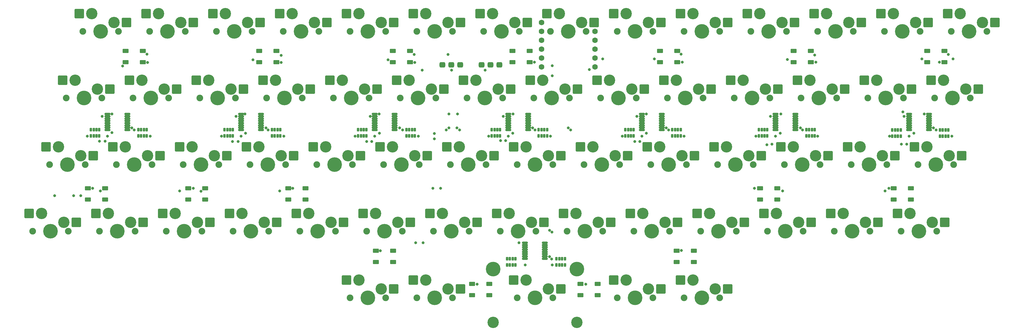
<source format=gbr>
%TF.GenerationSoftware,KiCad,Pcbnew,(6.0.6-0)*%
%TF.CreationDate,2022-08-16T09:08:47-07:00*%
%TF.ProjectId,purple-owl,70757270-6c65-42d6-9f77-6c2e6b696361,1.0*%
%TF.SameCoordinates,Original*%
%TF.FileFunction,Soldermask,Top*%
%TF.FilePolarity,Negative*%
%FSLAX46Y46*%
G04 Gerber Fmt 4.6, Leading zero omitted, Abs format (unit mm)*
G04 Created by KiCad (PCBNEW (6.0.6-0)) date 2022-08-16 09:08:47*
%MOMM*%
%LPD*%
G01*
G04 APERTURE LIST*
G04 Aperture macros list*
%AMRoundRect*
0 Rectangle with rounded corners*
0 $1 Rounding radius*
0 $2 $3 $4 $5 $6 $7 $8 $9 X,Y pos of 4 corners*
0 Add a 4 corners polygon primitive as box body*
4,1,4,$2,$3,$4,$5,$6,$7,$8,$9,$2,$3,0*
0 Add four circle primitives for the rounded corners*
1,1,$1+$1,$2,$3*
1,1,$1+$1,$4,$5*
1,1,$1+$1,$6,$7*
1,1,$1+$1,$8,$9*
0 Add four rect primitives between the rounded corners*
20,1,$1+$1,$2,$3,$4,$5,0*
20,1,$1+$1,$4,$5,$6,$7,0*
20,1,$1+$1,$6,$7,$8,$9,0*
20,1,$1+$1,$8,$9,$2,$3,0*%
G04 Aperture macros list end*
%ADD10C,1.600000*%
%ADD11RoundRect,0.100000X-0.250000X0.400000X-0.250000X-0.400000X0.250000X-0.400000X0.250000X0.400000X0*%
%ADD12RoundRect,0.100000X-0.200000X0.400000X-0.200000X-0.400000X0.200000X-0.400000X0.200000X0.400000X0*%
%ADD13C,3.248000*%
%ADD14C,1.901800*%
%ADD15C,4.187800*%
%ADD16RoundRect,0.354000X-1.016000X-1.016000X1.016000X-1.016000X1.016000X1.016000X-1.016000X1.016000X0*%
%ADD17RoundRect,0.200000X0.637500X0.100000X-0.637500X0.100000X-0.637500X-0.100000X0.637500X-0.100000X0*%
%ADD18RoundRect,0.100000X-0.750000X-0.500000X0.750000X-0.500000X0.750000X0.500000X-0.750000X0.500000X0*%
%ADD19RoundRect,0.450000X0.400000X-0.350000X0.400000X0.350000X-0.400000X0.350000X-0.400000X-0.350000X0*%
%ADD20RoundRect,0.100000X0.750000X0.500000X-0.750000X0.500000X-0.750000X-0.500000X0.750000X-0.500000X0*%
%ADD21RoundRect,0.100000X0.250000X-0.400000X0.250000X0.400000X-0.250000X0.400000X-0.250000X-0.400000X0*%
%ADD22RoundRect,0.100000X0.200000X-0.400000X0.200000X0.400000X-0.200000X0.400000X-0.200000X-0.400000X0*%
%ADD23C,0.800000*%
G04 APERTURE END LIST*
D10*
%TO.C,U9*%
X211455000Y-92670546D03*
X211455000Y-95210546D03*
X211455000Y-97750546D03*
X211455000Y-100290546D03*
X211455000Y-102830546D03*
X211455000Y-105370546D03*
X226695000Y-105370546D03*
X226695000Y-102830546D03*
X226695000Y-100290546D03*
X226695000Y-97750546D03*
X226695000Y-95210546D03*
%TD*%
D11*
%TO.C,RN6*%
X237737500Y-123321875D03*
D12*
X236937500Y-123321875D03*
X236137500Y-123321875D03*
D11*
X235337500Y-123321875D03*
X235337500Y-125121875D03*
D12*
X236137500Y-125121875D03*
X236937500Y-125121875D03*
D11*
X237737500Y-125121875D03*
%TD*%
D13*
%TO.C,SW36*%
X170497500Y-149860000D03*
D14*
X161607500Y-152400000D03*
D13*
X164147500Y-147320000D03*
D14*
X171767500Y-152400000D03*
D15*
X166687500Y-152400000D03*
D16*
X160591500Y-147320000D03*
X174053500Y-149860000D03*
%TD*%
D14*
%TO.C,SW32*%
X190817500Y-152400000D03*
D13*
X189547500Y-149860000D03*
X183197500Y-147320000D03*
D14*
X180657500Y-152400000D03*
D15*
X185737500Y-152400000D03*
D16*
X179641500Y-147320000D03*
X193103500Y-149860000D03*
%TD*%
D17*
%TO.C,U7*%
X93350000Y-123433000D03*
X93350000Y-122783000D03*
X93350000Y-122133000D03*
X93350000Y-121483000D03*
X93350000Y-120833000D03*
X93350000Y-120183000D03*
X93350000Y-119533000D03*
X93350000Y-118883000D03*
X87625000Y-118883000D03*
X87625000Y-119533000D03*
X87625000Y-120183000D03*
X87625000Y-120833000D03*
X87625000Y-121483000D03*
X87625000Y-122133000D03*
X87625000Y-122783000D03*
X87625000Y-123433000D03*
%TD*%
D18*
%TO.C,D10*%
X139234375Y-140084375D03*
X139234375Y-143284375D03*
X144134375Y-143284375D03*
X144134375Y-140084375D03*
%TD*%
D19*
%TO.C,JP1*%
X183197500Y-104775000D03*
X185737500Y-104775000D03*
X188277500Y-104775000D03*
%TD*%
D17*
%TO.C,U4*%
X207650000Y-123433000D03*
X207650000Y-122783000D03*
X207650000Y-122133000D03*
X207650000Y-121483000D03*
X207650000Y-120833000D03*
X207650000Y-120183000D03*
X207650000Y-119533000D03*
X207650000Y-118883000D03*
X201925000Y-118883000D03*
X201925000Y-119533000D03*
X201925000Y-120183000D03*
X201925000Y-120833000D03*
X201925000Y-121483000D03*
X201925000Y-122133000D03*
X201925000Y-122783000D03*
X201925000Y-123433000D03*
%TD*%
%TO.C,U5*%
X169550000Y-123433000D03*
X169550000Y-122783000D03*
X169550000Y-122133000D03*
X169550000Y-121483000D03*
X169550000Y-120833000D03*
X169550000Y-120183000D03*
X169550000Y-119533000D03*
X169550000Y-118883000D03*
X163825000Y-118883000D03*
X163825000Y-119533000D03*
X163825000Y-120183000D03*
X163825000Y-120833000D03*
X163825000Y-121483000D03*
X163825000Y-122133000D03*
X163825000Y-122783000D03*
X163825000Y-123433000D03*
%TD*%
D14*
%TO.C,SW29*%
X205105000Y-95250000D03*
D13*
X197485000Y-90170000D03*
D15*
X200025000Y-95250000D03*
D13*
X203835000Y-92710000D03*
D14*
X194945000Y-95250000D03*
D16*
X193929000Y-90170000D03*
X207391000Y-92710000D03*
%TD*%
D20*
%TO.C,D15*%
X173900000Y-103993750D03*
X173900000Y-100793750D03*
X169000000Y-100793750D03*
X169000000Y-103993750D03*
%TD*%
D14*
%TO.C,SW48*%
X104457500Y-152400000D03*
D15*
X109537500Y-152400000D03*
D14*
X114617500Y-152400000D03*
D13*
X106997500Y-147320000D03*
X113347500Y-149860000D03*
D16*
X103441500Y-147320000D03*
X116903500Y-149860000D03*
%TD*%
D13*
%TO.C,SW4*%
X316547500Y-147320000D03*
D14*
X324167500Y-152400000D03*
D15*
X319087500Y-152400000D03*
D14*
X314007500Y-152400000D03*
D13*
X322897500Y-149860000D03*
D16*
X312991500Y-147320000D03*
X326453500Y-149860000D03*
%TD*%
D15*
%TO.C,SW6*%
X309562500Y-114300000D03*
D13*
X307022500Y-109220000D03*
D14*
X314642500Y-114300000D03*
X304482500Y-114300000D03*
D13*
X313372500Y-111760000D03*
D16*
X303466500Y-109220000D03*
X316928500Y-111760000D03*
%TD*%
D13*
%TO.C,SW37*%
X159385000Y-90170000D03*
D14*
X156845000Y-95250000D03*
D13*
X165735000Y-92710000D03*
D15*
X161925000Y-95250000D03*
D14*
X167005000Y-95250000D03*
D16*
X155829000Y-90170000D03*
X169291000Y-92710000D03*
%TD*%
D13*
%TO.C,SW45*%
X121285000Y-90170000D03*
D14*
X118745000Y-95250000D03*
D15*
X123825000Y-95250000D03*
D14*
X128905000Y-95250000D03*
D13*
X127635000Y-92710000D03*
D16*
X117729000Y-90170000D03*
X131191000Y-92710000D03*
%TD*%
D21*
%TO.C,RN1*%
X325063000Y-125233000D03*
D22*
X325863000Y-125233000D03*
X326663000Y-125233000D03*
D21*
X327463000Y-125233000D03*
X327463000Y-123433000D03*
D22*
X326663000Y-123433000D03*
X325863000Y-123433000D03*
D21*
X325063000Y-123433000D03*
%TD*%
%TO.C,RN9*%
X172917000Y-125121875D03*
D22*
X173717000Y-125121875D03*
X174517000Y-125121875D03*
D21*
X175317000Y-125121875D03*
X175317000Y-123321875D03*
D22*
X174517000Y-123321875D03*
X173717000Y-123321875D03*
D21*
X172917000Y-123321875D03*
%TD*%
D17*
%TO.C,U1*%
X321950000Y-123433000D03*
X321950000Y-122783000D03*
X321950000Y-122133000D03*
X321950000Y-121483000D03*
X321950000Y-120833000D03*
X321950000Y-120183000D03*
X321950000Y-119533000D03*
X321950000Y-118883000D03*
X316225000Y-118883000D03*
X316225000Y-119533000D03*
X316225000Y-120183000D03*
X316225000Y-120833000D03*
X316225000Y-121483000D03*
X316225000Y-122133000D03*
X316225000Y-122783000D03*
X316225000Y-123433000D03*
%TD*%
D13*
%TO.C,SW50*%
X97472500Y-109220000D03*
D15*
X100012500Y-114300000D03*
D14*
X94932500Y-114300000D03*
D13*
X103822500Y-111760000D03*
D14*
X105092500Y-114300000D03*
D16*
X93916500Y-109220000D03*
X107378500Y-111760000D03*
%TD*%
D14*
%TO.C,SW30*%
X190182500Y-114300000D03*
D13*
X192722500Y-109220000D03*
X199072500Y-111760000D03*
D14*
X200342500Y-114300000D03*
D15*
X195262500Y-114300000D03*
D16*
X189166500Y-109220000D03*
X202628500Y-111760000D03*
%TD*%
D13*
%TO.C,SW9*%
X299085000Y-92710000D03*
X292735000Y-90170000D03*
D14*
X290195000Y-95250000D03*
D15*
X295275000Y-95250000D03*
D14*
X300355000Y-95250000D03*
D16*
X289179000Y-90170000D03*
X302641000Y-92710000D03*
%TD*%
D17*
%TO.C,U6*%
X131450000Y-123433000D03*
X131450000Y-122783000D03*
X131450000Y-122133000D03*
X131450000Y-121483000D03*
X131450000Y-120833000D03*
X131450000Y-120183000D03*
X131450000Y-119533000D03*
X131450000Y-118883000D03*
X125725000Y-118883000D03*
X125725000Y-119533000D03*
X125725000Y-120183000D03*
X125725000Y-120833000D03*
X125725000Y-121483000D03*
X125725000Y-122133000D03*
X125725000Y-122783000D03*
X125725000Y-123433000D03*
%TD*%
D11*
%TO.C,RN10*%
X161537500Y-123321875D03*
D12*
X160737500Y-123321875D03*
X159937500Y-123321875D03*
D11*
X159137500Y-123321875D03*
X159137500Y-125121875D03*
D12*
X159937500Y-125121875D03*
X160737500Y-125121875D03*
D11*
X161537500Y-125121875D03*
%TD*%
D14*
%TO.C,SW61*%
X167005000Y-171450000D03*
D15*
X161925000Y-171450000D03*
D13*
X159385000Y-166370000D03*
D14*
X156845000Y-171450000D03*
D13*
X165735000Y-168910000D03*
D16*
X155829000Y-166370000D03*
X169291000Y-168910000D03*
%TD*%
D21*
%TO.C,RN5*%
X248736000Y-125106000D03*
D22*
X249536000Y-125106000D03*
X250336000Y-125106000D03*
D21*
X251136000Y-125106000D03*
X251136000Y-123306000D03*
D22*
X250336000Y-123306000D03*
X249536000Y-123306000D03*
D21*
X248736000Y-123306000D03*
%TD*%
D14*
%TO.C,SW52*%
X95567500Y-152400000D03*
D13*
X94297500Y-149860000D03*
D15*
X90487500Y-152400000D03*
D13*
X87947500Y-147320000D03*
D14*
X85407500Y-152400000D03*
D16*
X84391500Y-147320000D03*
X97853500Y-149860000D03*
%TD*%
D13*
%TO.C,SW55*%
X73660000Y-128270000D03*
D14*
X71120000Y-133350000D03*
D13*
X80010000Y-130810000D03*
D15*
X76200000Y-133350000D03*
D14*
X81280000Y-133350000D03*
D16*
X70104000Y-128270000D03*
X83566000Y-130810000D03*
%TD*%
D14*
%TO.C,SW16*%
X256857500Y-152400000D03*
X267017500Y-152400000D03*
D15*
X261937500Y-152400000D03*
D13*
X259397500Y-147320000D03*
X265747500Y-149860000D03*
D16*
X255841500Y-147320000D03*
X269303500Y-149860000D03*
%TD*%
D15*
%TO.C,SW47*%
X114300000Y-133350000D03*
D14*
X109220000Y-133350000D03*
D13*
X118110000Y-130810000D03*
D14*
X119380000Y-133350000D03*
D13*
X111760000Y-128270000D03*
D16*
X108204000Y-128270000D03*
X121666000Y-130810000D03*
%TD*%
D18*
%TO.C,D12*%
X82084375Y-140084375D03*
X82084375Y-143284375D03*
X86984375Y-143284375D03*
X86984375Y-140084375D03*
%TD*%
D13*
%TO.C,SW56*%
X75247500Y-149860000D03*
D15*
X71437500Y-152400000D03*
D13*
X68897500Y-147320000D03*
D14*
X66357500Y-152400000D03*
X76517500Y-152400000D03*
D16*
X65341500Y-147320000D03*
X78803500Y-149860000D03*
%TD*%
D18*
%TO.C,D4*%
X311875000Y-140084375D03*
X311875000Y-143284375D03*
X316775000Y-143284375D03*
X316775000Y-140084375D03*
%TD*%
D15*
%TO.C,SW46*%
X119062500Y-114300000D03*
D14*
X113982500Y-114300000D03*
X124142500Y-114300000D03*
D13*
X116522500Y-109220000D03*
X122872500Y-111760000D03*
D16*
X112966500Y-109220000D03*
X126428500Y-111760000D03*
%TD*%
D18*
%TO.C,D9*%
X164237500Y-157943750D03*
X164237500Y-161143750D03*
X169137500Y-161143750D03*
X169137500Y-157943750D03*
%TD*%
D14*
%TO.C,SW18*%
X257492500Y-114300000D03*
D13*
X249872500Y-109220000D03*
D15*
X252412500Y-114300000D03*
D14*
X247332500Y-114300000D03*
D13*
X256222500Y-111760000D03*
D16*
X246316500Y-109220000D03*
X259778500Y-111760000D03*
%TD*%
D20*
%TO.C,D2*%
X288200000Y-103993750D03*
X288200000Y-100793750D03*
X283300000Y-100793750D03*
X283300000Y-103993750D03*
%TD*%
D14*
%TO.C,SW3*%
X318770000Y-133350000D03*
D13*
X327660000Y-130810000D03*
D14*
X328930000Y-133350000D03*
D13*
X321310000Y-128270000D03*
D15*
X323850000Y-133350000D03*
D16*
X317754000Y-128270000D03*
X331216000Y-130810000D03*
%TD*%
D20*
%TO.C,D3*%
X326300000Y-103993750D03*
X326300000Y-100793750D03*
X321400000Y-100793750D03*
X321400000Y-103993750D03*
%TD*%
D15*
%TO.C,SW58*%
X238125000Y-171450000D03*
D13*
X241935000Y-168910000D03*
X235585000Y-166370000D03*
D14*
X243205000Y-171450000D03*
X233045000Y-171450000D03*
D16*
X232029000Y-166370000D03*
X245491000Y-168910000D03*
%TD*%
D14*
%TO.C,SW42*%
X143192500Y-114300000D03*
D13*
X141922500Y-111760000D03*
D14*
X133032500Y-114300000D03*
D13*
X135572500Y-109220000D03*
D15*
X138112500Y-114300000D03*
D16*
X132016500Y-109220000D03*
X145478500Y-111760000D03*
%TD*%
D13*
%TO.C,SW13*%
X280035000Y-92710000D03*
D14*
X271145000Y-95250000D03*
D15*
X276225000Y-95250000D03*
D13*
X273685000Y-90170000D03*
D14*
X281305000Y-95250000D03*
D16*
X270129000Y-90170000D03*
X283591000Y-92710000D03*
%TD*%
D13*
%TO.C,SW59*%
X207010000Y-166370000D03*
D15*
X209550000Y-171450000D03*
X221488000Y-163195000D03*
D14*
X214630000Y-171450000D03*
X204470000Y-171450000D03*
D13*
X213360000Y-168910000D03*
X197612000Y-178435000D03*
X221488000Y-178435000D03*
D15*
X197612000Y-163195000D03*
D16*
X203454000Y-166370000D03*
X216916000Y-168910000D03*
%TD*%
D14*
%TO.C,SW24*%
X228917500Y-152400000D03*
X218757500Y-152400000D03*
D13*
X227647500Y-149860000D03*
D15*
X223837500Y-152400000D03*
D13*
X221297500Y-147320000D03*
D16*
X217741500Y-147320000D03*
X231203500Y-149860000D03*
%TD*%
D14*
%TO.C,SW21*%
X233045000Y-95250000D03*
D13*
X241935000Y-92710000D03*
X235585000Y-90170000D03*
D14*
X243205000Y-95250000D03*
D15*
X238125000Y-95250000D03*
D16*
X232029000Y-90170000D03*
X245491000Y-92710000D03*
%TD*%
D14*
%TO.C,SW38*%
X152082500Y-114300000D03*
D15*
X157162500Y-114300000D03*
D13*
X160972500Y-111760000D03*
X154622500Y-109220000D03*
D14*
X162242500Y-114300000D03*
D16*
X151066500Y-109220000D03*
X164528500Y-111760000D03*
%TD*%
D14*
%TO.C,SW8*%
X294957500Y-152400000D03*
D13*
X303847500Y-149860000D03*
X297497500Y-147320000D03*
D15*
X300037500Y-152400000D03*
D14*
X305117500Y-152400000D03*
D16*
X293941500Y-147320000D03*
X307403500Y-149860000D03*
%TD*%
D11*
%TO.C,RN12*%
X123437500Y-123321875D03*
D12*
X122637500Y-123321875D03*
X121837500Y-123321875D03*
D11*
X121037500Y-123321875D03*
X121037500Y-125121875D03*
D12*
X121837500Y-125121875D03*
X122637500Y-125121875D03*
D11*
X123437500Y-125121875D03*
%TD*%
D15*
%TO.C,SW33*%
X180975000Y-95250000D03*
D14*
X175895000Y-95250000D03*
D13*
X184785000Y-92710000D03*
X178435000Y-90170000D03*
D14*
X186055000Y-95250000D03*
D16*
X174879000Y-90170000D03*
X188341000Y-92710000D03*
%TD*%
D15*
%TO.C,SW1*%
X333375000Y-95250000D03*
D13*
X337185000Y-92710000D03*
D14*
X328295000Y-95250000D03*
D13*
X330835000Y-90170000D03*
D14*
X338455000Y-95250000D03*
D16*
X327279000Y-90170000D03*
X340741000Y-92710000D03*
%TD*%
D14*
%TO.C,SW57*%
X252095000Y-171450000D03*
D13*
X260985000Y-168910000D03*
X254635000Y-166370000D03*
D15*
X257175000Y-171450000D03*
D14*
X262255000Y-171450000D03*
D16*
X251079000Y-166370000D03*
X264541000Y-168910000D03*
%TD*%
D18*
%TO.C,D11*%
X110659375Y-140084375D03*
X110659375Y-143284375D03*
X115559375Y-143284375D03*
X115559375Y-140084375D03*
%TD*%
D15*
%TO.C,SW40*%
X147637500Y-152400000D03*
D14*
X142557500Y-152400000D03*
D13*
X151447500Y-149860000D03*
X145097500Y-147320000D03*
D14*
X152717500Y-152400000D03*
D16*
X141541500Y-147320000D03*
X155003500Y-149860000D03*
%TD*%
D14*
%TO.C,SW28*%
X209867500Y-152400000D03*
X199707500Y-152400000D03*
D13*
X202247500Y-147320000D03*
D15*
X204787500Y-152400000D03*
D13*
X208597500Y-149860000D03*
D16*
X198691500Y-147320000D03*
X212153500Y-149860000D03*
%TD*%
D18*
%TO.C,D7*%
X222578125Y-167468750D03*
X222578125Y-170668750D03*
X227478125Y-170668750D03*
X227478125Y-167468750D03*
%TD*%
D21*
%TO.C,RN11*%
X134563000Y-125121875D03*
D22*
X135363000Y-125121875D03*
X136163000Y-125121875D03*
D21*
X136963000Y-125121875D03*
X136963000Y-123321875D03*
D22*
X136163000Y-123321875D03*
X135363000Y-123321875D03*
D21*
X134563000Y-123321875D03*
%TD*%
D14*
%TO.C,SW54*%
X75882500Y-114300000D03*
X86042500Y-114300000D03*
D13*
X78422500Y-109220000D03*
X84772500Y-111760000D03*
D15*
X80962500Y-114300000D03*
D16*
X74866500Y-109220000D03*
X88328500Y-111760000D03*
%TD*%
D13*
%TO.C,SW12*%
X284797500Y-149860000D03*
D14*
X275907500Y-152400000D03*
D13*
X278447500Y-147320000D03*
D15*
X280987500Y-152400000D03*
D14*
X286067500Y-152400000D03*
D16*
X274891500Y-147320000D03*
X288353500Y-149860000D03*
%TD*%
D14*
%TO.C,SW7*%
X309880000Y-133350000D03*
X299720000Y-133350000D03*
D13*
X308610000Y-130810000D03*
D15*
X304800000Y-133350000D03*
D13*
X302260000Y-128270000D03*
D16*
X298704000Y-128270000D03*
X312166000Y-130810000D03*
%TD*%
D19*
%TO.C,JP2*%
X194310000Y-104775000D03*
X196850000Y-104775000D03*
X199390000Y-104775000D03*
%TD*%
D15*
%TO.C,SW10*%
X290512500Y-114300000D03*
D14*
X285432500Y-114300000D03*
D13*
X287972500Y-109220000D03*
X294322500Y-111760000D03*
D14*
X295592500Y-114300000D03*
D16*
X284416500Y-109220000D03*
X297878500Y-111760000D03*
%TD*%
D14*
%TO.C,SW49*%
X109855000Y-95250000D03*
D13*
X102235000Y-90170000D03*
D14*
X99695000Y-95250000D03*
D13*
X108585000Y-92710000D03*
D15*
X104775000Y-95250000D03*
D16*
X98679000Y-90170000D03*
X112141000Y-92710000D03*
%TD*%
D13*
%TO.C,SW39*%
X156210000Y-130810000D03*
X149860000Y-128270000D03*
D15*
X152400000Y-133350000D03*
D14*
X147320000Y-133350000D03*
X157480000Y-133350000D03*
D16*
X146304000Y-128270000D03*
X159766000Y-130810000D03*
%TD*%
D21*
%TO.C,RN7*%
X210636000Y-125121875D03*
D22*
X211436000Y-125121875D03*
X212236000Y-125121875D03*
D21*
X213036000Y-125121875D03*
X213036000Y-123321875D03*
D22*
X212236000Y-123321875D03*
X211436000Y-123321875D03*
D21*
X210636000Y-123321875D03*
%TD*%
D13*
%TO.C,SW51*%
X92710000Y-128270000D03*
D14*
X90170000Y-133350000D03*
D13*
X99060000Y-130810000D03*
D14*
X100330000Y-133350000D03*
D15*
X95250000Y-133350000D03*
D16*
X89154000Y-128270000D03*
X102616000Y-130810000D03*
%TD*%
D17*
%TO.C,U8*%
X212412500Y-160231250D03*
X212412500Y-159581250D03*
X212412500Y-158931250D03*
X212412500Y-158281250D03*
X212412500Y-157631250D03*
X212412500Y-156981250D03*
X212412500Y-156331250D03*
X212412500Y-155681250D03*
X206687500Y-155681250D03*
X206687500Y-156331250D03*
X206687500Y-156981250D03*
X206687500Y-157631250D03*
X206687500Y-158281250D03*
X206687500Y-158931250D03*
X206687500Y-159581250D03*
X206687500Y-160231250D03*
%TD*%
D20*
%TO.C,D13*%
X97700000Y-103993750D03*
X97700000Y-100793750D03*
X92800000Y-100793750D03*
X92800000Y-103993750D03*
%TD*%
D14*
%TO.C,SW15*%
X271780000Y-133350000D03*
D13*
X270510000Y-130810000D03*
D15*
X266700000Y-133350000D03*
D14*
X261620000Y-133350000D03*
D13*
X264160000Y-128270000D03*
D16*
X260604000Y-128270000D03*
X274066000Y-130810000D03*
%TD*%
D13*
%TO.C,SW34*%
X180022500Y-111760000D03*
D14*
X181292500Y-114300000D03*
D15*
X176212500Y-114300000D03*
D13*
X173672500Y-109220000D03*
D14*
X171132500Y-114300000D03*
D16*
X170116500Y-109220000D03*
X183578500Y-111760000D03*
%TD*%
D11*
%TO.C,RN14*%
X85337500Y-123321875D03*
D12*
X84537500Y-123321875D03*
X83737500Y-123321875D03*
D11*
X82937500Y-123321875D03*
X82937500Y-125121875D03*
D12*
X83737500Y-125121875D03*
X84537500Y-125121875D03*
D11*
X85337500Y-125121875D03*
%TD*%
D20*
%TO.C,D16*%
X208031250Y-103993750D03*
X208031250Y-100793750D03*
X203131250Y-100793750D03*
X203131250Y-103993750D03*
%TD*%
D18*
%TO.C,D5*%
X273775000Y-140084375D03*
X273775000Y-143284375D03*
X278675000Y-143284375D03*
X278675000Y-140084375D03*
%TD*%
D11*
%TO.C,RN8*%
X199637500Y-123321875D03*
D12*
X198837500Y-123321875D03*
X198037500Y-123321875D03*
D11*
X197237500Y-123321875D03*
X197237500Y-125121875D03*
D12*
X198037500Y-125121875D03*
X198837500Y-125121875D03*
D11*
X199637500Y-125121875D03*
%TD*%
D17*
%TO.C,U3*%
X245750000Y-123433000D03*
X245750000Y-122783000D03*
X245750000Y-122133000D03*
X245750000Y-121483000D03*
X245750000Y-120833000D03*
X245750000Y-120183000D03*
X245750000Y-119533000D03*
X245750000Y-118883000D03*
X240025000Y-118883000D03*
X240025000Y-119533000D03*
X240025000Y-120183000D03*
X240025000Y-120833000D03*
X240025000Y-121483000D03*
X240025000Y-122133000D03*
X240025000Y-122783000D03*
X240025000Y-123433000D03*
%TD*%
D11*
%TO.C,RN4*%
X275837500Y-123321875D03*
D12*
X275037500Y-123321875D03*
X274237500Y-123321875D03*
D11*
X273437500Y-123321875D03*
X273437500Y-125121875D03*
D12*
X274237500Y-125121875D03*
X275037500Y-125121875D03*
D11*
X275837500Y-125121875D03*
%TD*%
D13*
%TO.C,SW22*%
X230822500Y-109220000D03*
D15*
X233362500Y-114300000D03*
D14*
X238442500Y-114300000D03*
X228282500Y-114300000D03*
D13*
X237172500Y-111760000D03*
D16*
X227266500Y-109220000D03*
X240728500Y-111760000D03*
%TD*%
D13*
%TO.C,SW20*%
X240347500Y-147320000D03*
X246697500Y-149860000D03*
D14*
X237807500Y-152400000D03*
D15*
X242887500Y-152400000D03*
D14*
X247967500Y-152400000D03*
D16*
X236791500Y-147320000D03*
X250253500Y-149860000D03*
%TD*%
D14*
%TO.C,SW17*%
X252095000Y-95250000D03*
D13*
X254635000Y-90170000D03*
D14*
X262255000Y-95250000D03*
D13*
X260985000Y-92710000D03*
D15*
X257175000Y-95250000D03*
D16*
X251079000Y-90170000D03*
X264541000Y-92710000D03*
%TD*%
D14*
%TO.C,SW5*%
X309245000Y-95250000D03*
D13*
X318135000Y-92710000D03*
D14*
X319405000Y-95250000D03*
D13*
X311785000Y-90170000D03*
D15*
X314325000Y-95250000D03*
D16*
X308229000Y-90170000D03*
X321691000Y-92710000D03*
%TD*%
D21*
%TO.C,RN15*%
X215716000Y-162031250D03*
D22*
X216516000Y-162031250D03*
X217316000Y-162031250D03*
D21*
X218116000Y-162031250D03*
X218116000Y-160231250D03*
D22*
X217316000Y-160231250D03*
X216516000Y-160231250D03*
D21*
X215716000Y-160231250D03*
%TD*%
%TO.C,RN3*%
X286963000Y-125121875D03*
D22*
X287763000Y-125121875D03*
X288563000Y-125121875D03*
D21*
X289363000Y-125121875D03*
X289363000Y-123321875D03*
D22*
X288563000Y-123321875D03*
X287763000Y-123321875D03*
D21*
X286963000Y-123321875D03*
%TD*%
D14*
%TO.C,SW11*%
X280670000Y-133350000D03*
X290830000Y-133350000D03*
D13*
X289560000Y-130810000D03*
X283210000Y-128270000D03*
D15*
X285750000Y-133350000D03*
D16*
X279654000Y-128270000D03*
X293116000Y-130810000D03*
%TD*%
D14*
%TO.C,SW23*%
X233680000Y-133350000D03*
D15*
X228600000Y-133350000D03*
D13*
X232410000Y-130810000D03*
X226060000Y-128270000D03*
D14*
X223520000Y-133350000D03*
D16*
X222504000Y-128270000D03*
X235966000Y-130810000D03*
%TD*%
D11*
%TO.C,RN2*%
X313874000Y-123433000D03*
D12*
X313074000Y-123433000D03*
X312274000Y-123433000D03*
D11*
X311474000Y-123433000D03*
X311474000Y-125233000D03*
D12*
X312274000Y-125233000D03*
X313074000Y-125233000D03*
D11*
X313874000Y-125233000D03*
%TD*%
D14*
%TO.C,SW41*%
X147955000Y-95250000D03*
D13*
X140335000Y-90170000D03*
D14*
X137795000Y-95250000D03*
D13*
X146685000Y-92710000D03*
D15*
X142875000Y-95250000D03*
D16*
X136779000Y-90170000D03*
X150241000Y-92710000D03*
%TD*%
D14*
%TO.C,SW35*%
X166370000Y-133350000D03*
X176530000Y-133350000D03*
D13*
X175260000Y-130810000D03*
X168910000Y-128270000D03*
D15*
X171450000Y-133350000D03*
D16*
X165354000Y-128270000D03*
X178816000Y-130810000D03*
%TD*%
D13*
%TO.C,SW43*%
X137160000Y-130810000D03*
X130810000Y-128270000D03*
D15*
X133350000Y-133350000D03*
D14*
X128270000Y-133350000D03*
X138430000Y-133350000D03*
D16*
X127254000Y-128270000D03*
X140716000Y-130810000D03*
%TD*%
D15*
%TO.C,SW60*%
X180975000Y-171450000D03*
D14*
X186055000Y-171450000D03*
D13*
X178435000Y-166370000D03*
D14*
X175895000Y-171450000D03*
D13*
X184785000Y-168910000D03*
D16*
X174879000Y-166370000D03*
X188341000Y-168910000D03*
%TD*%
D20*
%TO.C,D1*%
X250100000Y-103993750D03*
X250100000Y-100793750D03*
X245200000Y-100793750D03*
X245200000Y-103993750D03*
%TD*%
D13*
%TO.C,SW2*%
X326072500Y-109220000D03*
X332422500Y-111760000D03*
D15*
X328612500Y-114300000D03*
D14*
X333692500Y-114300000D03*
X323532500Y-114300000D03*
D16*
X322516500Y-109220000D03*
X335978500Y-111760000D03*
%TD*%
D13*
%TO.C,SW26*%
X218122500Y-111760000D03*
X211772500Y-109220000D03*
D14*
X209232500Y-114300000D03*
D15*
X214312500Y-114300000D03*
D14*
X219392500Y-114300000D03*
D16*
X208216500Y-109220000D03*
X221678500Y-111760000D03*
%TD*%
D13*
%TO.C,SW14*%
X268922500Y-109220000D03*
D14*
X276542500Y-114300000D03*
X266382500Y-114300000D03*
D13*
X275272500Y-111760000D03*
D15*
X271462500Y-114300000D03*
D16*
X265366500Y-109220000D03*
X278828500Y-111760000D03*
%TD*%
D21*
%TO.C,RN13*%
X96463000Y-125121875D03*
D22*
X97263000Y-125121875D03*
X98063000Y-125121875D03*
D21*
X98863000Y-125121875D03*
X98863000Y-123321875D03*
D22*
X98063000Y-123321875D03*
X97263000Y-123321875D03*
D21*
X96463000Y-123321875D03*
%TD*%
D11*
%TO.C,RN16*%
X204003125Y-160231250D03*
D12*
X203203125Y-160231250D03*
X202403125Y-160231250D03*
D11*
X201603125Y-160231250D03*
X201603125Y-162031250D03*
D12*
X202403125Y-162031250D03*
X203203125Y-162031250D03*
D11*
X204003125Y-162031250D03*
%TD*%
D15*
%TO.C,SW44*%
X128587500Y-152400000D03*
D13*
X132397500Y-149860000D03*
X126047500Y-147320000D03*
D14*
X123507500Y-152400000D03*
X133667500Y-152400000D03*
D16*
X122491500Y-147320000D03*
X135953500Y-149860000D03*
%TD*%
D14*
%TO.C,SW27*%
X214630000Y-133350000D03*
X204470000Y-133350000D03*
D13*
X213360000Y-130810000D03*
D15*
X209550000Y-133350000D03*
D13*
X207010000Y-128270000D03*
D16*
X203454000Y-128270000D03*
X216916000Y-130810000D03*
%TD*%
D17*
%TO.C,U2*%
X283850000Y-123433000D03*
X283850000Y-122783000D03*
X283850000Y-122133000D03*
X283850000Y-121483000D03*
X283850000Y-120833000D03*
X283850000Y-120183000D03*
X283850000Y-119533000D03*
X283850000Y-118883000D03*
X278125000Y-118883000D03*
X278125000Y-119533000D03*
X278125000Y-120183000D03*
X278125000Y-120833000D03*
X278125000Y-121483000D03*
X278125000Y-122133000D03*
X278125000Y-122783000D03*
X278125000Y-123433000D03*
%TD*%
D13*
%TO.C,SW31*%
X187960000Y-128270000D03*
D14*
X195580000Y-133350000D03*
D15*
X190500000Y-133350000D03*
D14*
X185420000Y-133350000D03*
D13*
X194310000Y-130810000D03*
D16*
X184404000Y-128270000D03*
X197866000Y-130810000D03*
%TD*%
D13*
%TO.C,SW19*%
X245110000Y-128270000D03*
D14*
X252730000Y-133350000D03*
X242570000Y-133350000D03*
D15*
X247650000Y-133350000D03*
D13*
X251460000Y-130810000D03*
D16*
X241554000Y-128270000D03*
X255016000Y-130810000D03*
%TD*%
D18*
%TO.C,D6*%
X249962500Y-157943750D03*
X249962500Y-161143750D03*
X254862500Y-161143750D03*
X254862500Y-157943750D03*
%TD*%
%TO.C,D8*%
X191621875Y-167468750D03*
X191621875Y-170668750D03*
X196521875Y-170668750D03*
X196521875Y-167468750D03*
%TD*%
D14*
%TO.C,SW25*%
X213995000Y-95250000D03*
D13*
X222885000Y-92710000D03*
X216535000Y-90170000D03*
D14*
X224155000Y-95250000D03*
D15*
X219075000Y-95250000D03*
D16*
X212979000Y-90170000D03*
X226441000Y-92710000D03*
%TD*%
D13*
%TO.C,SW53*%
X89535000Y-92710000D03*
X83185000Y-90170000D03*
D15*
X85725000Y-95250000D03*
D14*
X80645000Y-95250000D03*
X90805000Y-95250000D03*
D16*
X79629000Y-90170000D03*
X93091000Y-92710000D03*
%TD*%
D20*
%TO.C,D14*%
X135800000Y-103993750D03*
X135800000Y-100793750D03*
X130900000Y-100793750D03*
X130900000Y-103993750D03*
%TD*%
D23*
X83439000Y-140081000D03*
X112141000Y-140081000D03*
X289687000Y-104013000D03*
X209423000Y-104013000D03*
X185801000Y-106299000D03*
X310515000Y-140081000D03*
X224022401Y-167513000D03*
X193040000Y-167513000D03*
X177419000Y-106299000D03*
X99060000Y-104140000D03*
X324866000Y-104013000D03*
X180848000Y-124460000D03*
X251587000Y-104013000D03*
X251333000Y-157861000D03*
X182626000Y-140081000D03*
X272161000Y-140081000D03*
X180848000Y-125984000D03*
X195326000Y-106299000D03*
X137160000Y-104140000D03*
X180467000Y-140081000D03*
X175260000Y-104140000D03*
X165481000Y-157988000D03*
X140462000Y-140081000D03*
X251206000Y-101727000D03*
X281559000Y-103251000D03*
X320548000Y-118872000D03*
X127000000Y-124333000D03*
X317627000Y-124333000D03*
X279527000Y-124333000D03*
X241300000Y-124333000D03*
X88900000Y-124206000D03*
X165227000Y-124333000D03*
X203200000Y-124333000D03*
X243586000Y-103124000D03*
X228854000Y-103124000D03*
X289306000Y-101981000D03*
X319913000Y-103124000D03*
X328803000Y-103124000D03*
X327406000Y-101854000D03*
X309372000Y-140843000D03*
X280162000Y-140843000D03*
X136779000Y-140843000D03*
X114300000Y-140970000D03*
X85598000Y-140843000D03*
X108204000Y-140843000D03*
X91948000Y-105156000D03*
X77978000Y-142240000D03*
X72599174Y-142191550D03*
X80010000Y-142240000D03*
X129159000Y-103378000D03*
X98933000Y-101727000D03*
X137160000Y-102108000D03*
X167640000Y-103378000D03*
X184785000Y-101854000D03*
X175133000Y-101854000D03*
X120142000Y-125222000D03*
X272542000Y-125222000D03*
X163830000Y-125222000D03*
X316230000Y-125222000D03*
X196342000Y-125222000D03*
X310642000Y-125222000D03*
X290195000Y-125222000D03*
X158242000Y-125222000D03*
X81915000Y-125222000D03*
X176276000Y-125222000D03*
X125730000Y-125222000D03*
X234442000Y-125222000D03*
X99822000Y-125222000D03*
X87630000Y-125222000D03*
X206756000Y-162052000D03*
X252095000Y-125222000D03*
X201930000Y-125222000D03*
X214503000Y-162052000D03*
X278130000Y-125222000D03*
X328422000Y-125222000D03*
X213995000Y-125222000D03*
X137922000Y-125222000D03*
X240030000Y-125222000D03*
X314071000Y-127508000D03*
X315595000Y-127508000D03*
X199771000Y-126492000D03*
X201189458Y-126464221D03*
X285877000Y-123444000D03*
X133477000Y-123444000D03*
X171831000Y-123444000D03*
X219710000Y-123444000D03*
X184277000Y-123444000D03*
X188087000Y-123444000D03*
X214376000Y-152654000D03*
X209595992Y-123441782D03*
X323977000Y-123444000D03*
X95250000Y-123444000D03*
X214313704Y-160318935D03*
X247650000Y-123444000D03*
X285242000Y-122809000D03*
X213741000Y-152146000D03*
X247015000Y-122809000D03*
X208915000Y-122809000D03*
X185039000Y-122809000D03*
X170942000Y-122809000D03*
X323215000Y-122809000D03*
X219075000Y-122809000D03*
X94615000Y-122809000D03*
X187325000Y-122809000D03*
X213741000Y-159639000D03*
X132842000Y-122809000D03*
X314452000Y-118237000D03*
X225044000Y-106172000D03*
X279654000Y-118872000D03*
X314833000Y-119507000D03*
X241300000Y-118872000D03*
X276733000Y-119507000D03*
X238633000Y-119507000D03*
X203327000Y-118872000D03*
X185039000Y-118872000D03*
X187498000Y-118872000D03*
X200533000Y-119507000D03*
X165100000Y-118872000D03*
X162560000Y-119507000D03*
X126873000Y-118872000D03*
X88900000Y-118872000D03*
X124333000Y-119507000D03*
X177673000Y-155702000D03*
X86106000Y-119507000D03*
X175514000Y-155702000D03*
X204978000Y-155702000D03*
X275717000Y-127635000D03*
X277114000Y-127508000D03*
X239478497Y-126749449D03*
X237998000Y-126746000D03*
X214503000Y-105029000D03*
X214503000Y-107950000D03*
X163012348Y-126741857D03*
X161544000Y-126746000D03*
X124907986Y-126739324D03*
X123317000Y-126746000D03*
X85344000Y-126619000D03*
X86949010Y-126620829D03*
M02*

</source>
